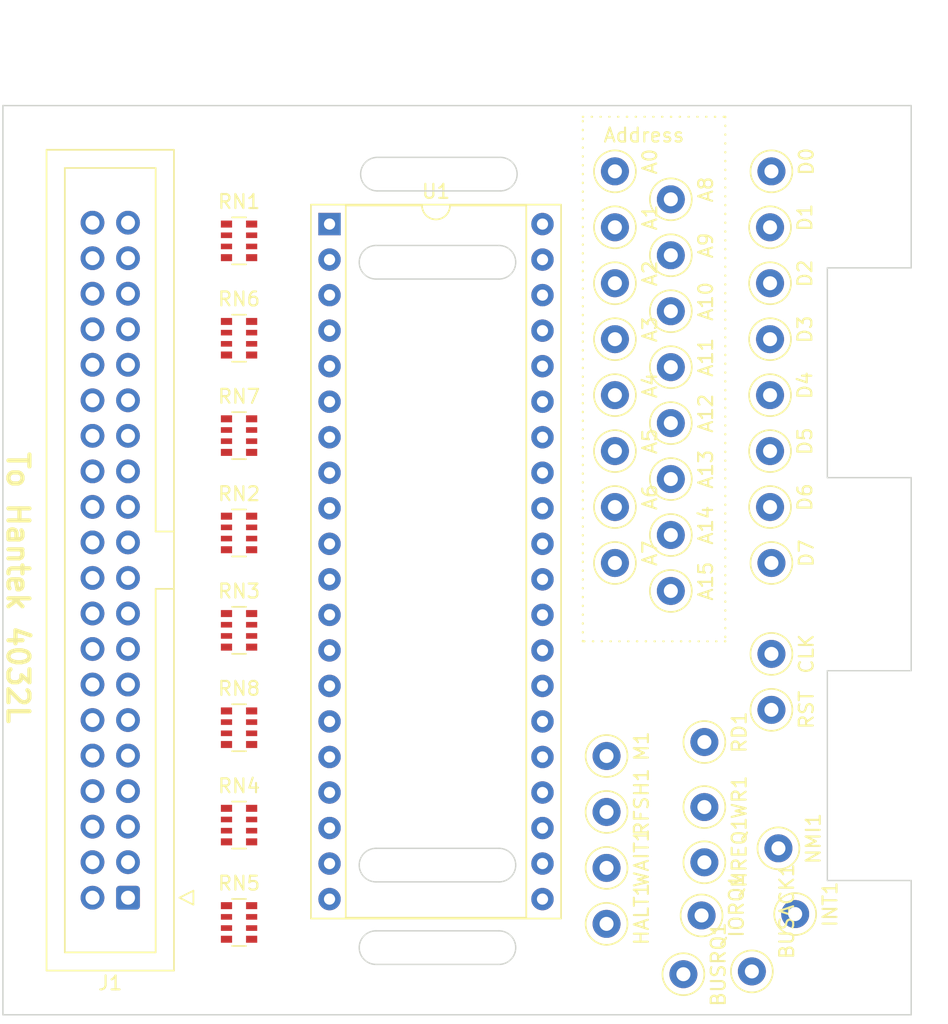
<source format=kicad_pcb>
(kicad_pcb (version 20221018) (generator pcbnew)
  (layers (0 "F.Cu" signal) (31 "B.Cu" signal) (34 "B.Paste" user) (35 "F.Paste" user) (36 "B.SilkS" user "B.Silkscreen") (37 "F.SilkS" user "F.Silkscreen") (38 "B.Mask" user) (39 "F.Mask" user) (44 "Edge.Cuts" user))
  (net 0 "")
  (net 1 "Net-(J1-Pin_7)")
  (net 2 "Net-(J1-Pin_8)")
  (net 5 "Net-(J1-Pin_9)")
  (net 6 "Net-(J1-Pin_10)")
  (net 7 "Net-(J1-Pin_11)")
  (net 8 "Net-(J1-Pin_12)")
  (net 9 "Net-(J1-Pin_13)")
  (net 10 "Net-(J1-Pin_14)")
  (net 11 "Net-(J1-Pin_15)")
  (net 12 "Net-(J1-Pin_16)")
  (net 13 "Net-(J1-Pin_17)")
  (net 14 "Net-(J1-Pin_18)")
  (net 15 "Net-(J1-Pin_19)")
  (net 16 "Net-(J1-Pin_20)")
  (net 17 "Net-(J1-Pin_21)")
  (net 18 "Net-(J1-Pin_22)")
  (net 19 "Net-(J1-Pin_23)")
  (net 20 "Net-(J1-Pin_25)")
  (net 21 "Net-(J1-Pin_27)")
  (net 22 "Net-(J1-Pin_29)")
  (net 23 "Net-(J1-Pin_31)")
  (net 25 "Net-(J1-Pin_33)")
  (net 27 "Net-(J1-Pin_35)")
  (net 29 "Net-(J1-Pin_37)")
  (net 37 "/A4")
  (net 38 "/A5")
  (net 39 "/A6")
  (net 40 "/A7")
  (net 41 "/A0")
  (net 42 "/A1")
  (net 43 "/A2")
  (net 44 "/A3")
  (net 45 "/A8")
  (net 46 "/A9")
  (net 47 "/A10")
  (net 48 "/A11")
  (net 49 "/A12")
  (net 50 "/A13")
  (net 51 "/A14")
  (net 52 "/A15")
  (net 53 "/D0")
  (net 54 "/D1")
  (net 55 "/D2")
  (net 56 "/D3")
  (net 57 "/D4")
  (net 58 "/D5")
  (net 59 "/D6")
  (net 60 "/D7")
  (net 61 "/WR")
  (net 63 "/RD")
  (net 65 "/IORQ")
  (net 67 "/MREQ")
  (net 69 "/CLK")
  (net 71 "/M1")
  (net 73 "/INT")
  (net 75 "/NMI")
  (net 77 "+5V")
  (net 78 "/HALT")
  (net 79 "/BUSACK")
  (net 80 "/WAIT")
  (net 81 "/BUSRQ")
  (net 82 "/RESET")
  (net 83 "/RFSH")
  (net 84 "GND")
  (footprint "Resistor_SMD:R_Array_Convex_4x0603" (layer "F.Cu") (at 138.1 102.87714)
    (fp_text reference "RN8" (at 0 -2.8) (layer "F.SilkS"))
    (fp_text value "R_Pack04_SIP_Split")
    (fp_line (start 0.5 -1.68) (end -0.5 -1.68) (stroke (width 0.12)) (layer "F.SilkS"))
    (fp_line (start 0.5 1.68) (end -0.5 1.68) (stroke (width 0.12)) (layer "F.SilkS"))
    (pad "1" smd rect (at -0.9 -1.2) (size 0.8 0.5) (layers "F.Cu" "F.Paste" "F.Mask") (net 69 "/CLK"))
    (pad "2" smd rect (at -0.9 -0.4) (size 0.8 0.4) (layers "F.Cu" "F.Paste" "F.Mask"))
    (pad "3" smd rect (at -0.9 0.4) (size 0.8 0.4) (layers "F.Cu" "F.Paste" "F.Mask") (net 71 "/M1"))
    (pad "4" smd rect (at -0.9 1.2) (size 0.8 0.5) (layers "F.Cu" "F.Paste" "F.Mask"))
    (pad "5" smd rect (at 0.9 1.2) (size 0.8 0.5) (layers "F.Cu" "F.Paste" "F.Mask") (net 73 "/INT"))
    (pad "6" smd rect (at 0.9 0.4) (size 0.8 0.4) (layers "F.Cu" "F.Paste" "F.Mask"))
    (pad "7" smd rect (at 0.9 -0.4) (size 0.8 0.4) (layers "F.Cu" "F.Paste" "F.Mask") (net 75 "/NMI"))
    (pad "8" smd rect (at 0.9 -1.2) (size 0.8 0.5) (layers "F.Cu" "F.Paste" "F.Mask"))
  )
  (footprint "TestPoint:TestPoint_Loop_D1.80mm_Drill1.0mm_Beaded" (layer "F.Cu") (at 165 83.1 90)
    (fp_text reference "A5" (at 0.7 2.5 90) (layer "F.SilkS"))
    (fp_text value "TestPoint")
    (fp_circle (center 0 0) (end 1.5 0) (stroke (width 0.12)) (fill none) (layer "F.SilkS"))
    (pad "1" thru_hole circle (at 0 0 90) (size 2 2) (drill 1) (layers "*.Cu" "*.Mask") (net 38 "/A5"))
  )
  (footprint "TestPoint:TestPoint_Loop_D1.80mm_Drill1.0mm_Beaded" (layer "F.Cu") (at 176.2 97.6 90)
    (fp_text reference "CLK" (at 0 2.5 90) (layer "F.SilkS"))
    (fp_text value "TestPoint")
    (fp_circle (center 0 0) (end 1.5 0) (stroke (width 0.12)) (fill none) (layer "F.SilkS"))
    (pad "1" thru_hole circle (at 0 0 90) (size 2 2) (drill 1) (layers "*.Cu" "*.Mask") (net 69 "/CLK"))
  )
  (footprint "Resistor_SMD:R_Array_Convex_4x0603" (layer "F.Cu") (at 138.1 88.954284)
    (fp_text reference "RN2" (at 0 -2.8) (layer "F.SilkS"))
    (fp_text value "R_Pack04_SIP_Split")
    (fp_line (start 0.5 -1.68) (end -0.5 -1.68) (stroke (width 0.12)) (layer "F.SilkS"))
    (fp_line (start 0.5 1.68) (end -0.5 1.68) (stroke (width 0.12)) (layer "F.SilkS"))
    (pad "1" smd rect (at -0.9 -1.2) (size 0.8 0.5) (layers "F.Cu" "F.Paste" "F.Mask") (net 41 "/A0"))
    (pad "2" smd rect (at -0.9 -0.4) (size 0.8 0.4) (layers "F.Cu" "F.Paste" "F.Mask") (net 1 "Net-(J1-Pin_7)"))
    (pad "3" smd rect (at -0.9 0.4) (size 0.8 0.4) (layers "F.Cu" "F.Paste" "F.Mask") (net 42 "/A1"))
    (pad "4" smd rect (at -0.9 1.2) (size 0.8 0.5) (layers "F.Cu" "F.Paste" "F.Mask") (net 5 "Net-(J1-Pin_9)"))
    (pad "5" smd rect (at 0.9 1.2) (size 0.8 0.5) (layers "F.Cu" "F.Paste" "F.Mask") (net 43 "/A2"))
    (pad "6" smd rect (at 0.9 0.4) (size 0.8 0.4) (layers "F.Cu" "F.Paste" "F.Mask") (net 7 "Net-(J1-Pin_11)"))
    (pad "7" smd rect (at 0.9 -0.4) (size 0.8 0.4) (layers "F.Cu" "F.Paste" "F.Mask") (net 44 "/A3"))
    (pad "8" smd rect (at 0.9 -1.2) (size 0.8 0.5) (layers "F.Cu" "F.Paste" "F.Mask") (net 9 "Net-(J1-Pin_13)"))
  )
  (footprint "TestPoint:TestPoint_Loop_D1.80mm_Drill1.0mm_Beaded" (layer "F.Cu") (at 171.4 103.9 90)
    (fp_text reference "RD1" (at 0.7 2.5 90) (layer "F.SilkS"))
    (fp_text value "TestPoint")
    (fp_circle (center 0 0) (end 1.5 0) (stroke (width 0.12)) (fill none) (layer "F.SilkS"))
    (pad "1" thru_hole circle (at 0 0 90) (size 2 2) (drill 1) (layers "*.Cu" "*.Mask") (net 63 "/RD"))
  )
  (footprint "Resistor_SMD:R_Array_Convex_4x0603" (layer "F.Cu") (at 138.1 75.031428)
    (fp_text reference "RN6" (at 0 -2.8) (layer "F.SilkS"))
    (fp_text value "R_Pack04_SIP_Split")
    (fp_line (start 0.5 -1.68) (end -0.5 -1.68) (stroke (width 0.12)) (layer "F.SilkS"))
    (fp_line (start 0.5 1.68) (end -0.5 1.68) (stroke (width 0.12)) (layer "F.SilkS"))
    (pad "1" smd rect (at -0.9 -1.2) (size 0.8 0.5) (layers "F.Cu" "F.Paste" "F.Mask") (net 57 "/D4"))
    (pad "2" smd rect (at -0.9 -0.4) (size 0.8 0.4) (layers "F.Cu" "F.Paste" "F.Mask") (net 12 "Net-(J1-Pin_16)"))
    (pad "3" smd rect (at -0.9 0.4) (size 0.8 0.4) (layers "F.Cu" "F.Paste" "F.Mask") (net 58 "/D5"))
    (pad "4" smd rect (at -0.9 1.2) (size 0.8 0.5) (layers "F.Cu" "F.Paste" "F.Mask") (net 14 "Net-(J1-Pin_18)"))
    (pad "5" smd rect (at 0.9 1.2) (size 0.8 0.5) (layers "F.Cu" "F.Paste" "F.Mask") (net 59 "/D6"))
    (pad "6" smd rect (at 0.9 0.4) (size 0.8 0.4) (layers "F.Cu" "F.Paste" "F.Mask") (net 16 "Net-(J1-Pin_20)"))
    (pad "7" smd rect (at 0.9 -0.4) (size 0.8 0.4) (layers "F.Cu" "F.Paste" "F.Mask") (net 60 "/D7"))
    (pad "8" smd rect (at 0.9 -1.2) (size 0.8 0.5) (layers "F.Cu" "F.Paste" "F.Mask") (net 18 "Net-(J1-Pin_22)"))
  )
  (footprint "TestPoint:TestPoint_Loop_D1.80mm_Drill1.0mm_Beaded" (layer "F.Cu") (at 165 91.1 90)
    (fp_text reference "A7" (at 0.7 2.5 90) (layer "F.SilkS"))
    (fp_text value "TestPoint")
    (fp_circle (center 0 0) (end 1.5 0) (stroke (width 0.12)) (fill none) (layer "F.SilkS"))
    (pad "1" thru_hole circle (at 0 0 90) (size 2 2) (drill 1) (layers "*.Cu" "*.Mask") (net 40 "/A7"))
  )
  (footprint "TestPoint:TestPoint_Loop_D1.80mm_Drill1.0mm_Beaded" (layer "F.Cu") (at 169 81.1 90)
    (fp_text reference "A12" (at 0.7 2.5 90) (layer "F.SilkS"))
    (fp_text value "TestPoint")
    (fp_circle (center 0 0) (end 1.5 0) (stroke (width 0.12)) (fill none) (layer "F.SilkS"))
    (pad "1" thru_hole circle (at 0 0 90) (size 2 2) (drill 1) (layers "*.Cu" "*.Mask") (net 49 "/A12"))
  )
  (footprint "TestPoint:TestPoint_Loop_D1.80mm_Drill1.0mm_Beaded" (layer "F.Cu") (at 176.2 91.1 90)
    (fp_text reference "D7" (at 0.7 2.5 90) (layer "F.SilkS"))
    (fp_text value "TestPoint")
    (fp_circle (center 0 0) (end 1.5 0) (stroke (width 0.12)) (fill none) (layer "F.SilkS"))
    (pad "1" thru_hole circle (at 0 0 90) (size 2 2) (drill 1) (layers "*.Cu" "*.Mask") (net 60 "/D7"))
  )
  (footprint "TestPoint:TestPoint_Loop_D1.80mm_Drill1.0mm_Beaded" (layer "F.Cu") (at 176.2 101.6 90)
    (fp_text reference "RST" (at 0 2.5 90) (layer "F.SilkS"))
    (fp_text value "TestPoint")
    (fp_circle (center 0 0) (end 1.5 0) (stroke (width 0.12)) (fill none) (layer "F.SilkS"))
    (pad "1" thru_hole circle (at 0 0 90) (size 2 2) (drill 1) (layers "*.Cu" "*.Mask") (net 82 "/RESET"))
  )
  (footprint "TestPoint:TestPoint_Loop_D1.80mm_Drill1.0mm_Beaded" (layer "F.Cu") (at 171.4 112.5 90)
    (fp_text reference "MREQ1" (at 0.7 2.5 90) (layer "F.SilkS"))
    (fp_text value "TestPoint")
    (fp_circle (center 0 0) (end 1.5 0) (stroke (width 0.12)) (fill none) (layer "F.SilkS"))
    (pad "1" thru_hole circle (at 0 0 90) (size 2 2) (drill 1) (layers "*.Cu" "*.Mask") (net 67 "/MREQ"))
  )
  (footprint "TestPoint:TestPoint_Loop_D1.80mm_Drill1.0mm_Beaded" (layer "F.Cu") (at 164.4 116.9 90)
    (fp_text reference "HALT1" (at 0.7 2.5 90) (layer "F.SilkS"))
    (fp_text value "TestPoint")
    (fp_circle (center 0 0) (end 1.5 0) (stroke (width 0.12)) (fill none) (layer "F.SilkS"))
    (pad "1" thru_hole circle (at 0 0 90) (size 2 2) (drill 1) (layers "*.Cu" "*.Mask") (net 78 "/HALT"))
  )
  (footprint "TestPoint:TestPoint_Loop_D1.80mm_Drill1.0mm_Beaded" (layer "F.Cu") (at 171.4 108.55 90)
    (fp_text reference "WR1" (at 0.7 2.5 90) (layer "F.SilkS"))
    (fp_text value "TestPoint")
    (fp_circle (center 0 0) (end 1.5 0) (stroke (width 0.12)) (fill none) (layer "F.SilkS"))
    (pad "1" thru_hole circle (at 0 0 90) (size 2 2) (drill 1) (layers "*.Cu" "*.Mask") (net 61 "/WR"))
  )
  (footprint "TestPoint:TestPoint_Loop_D1.80mm_Drill1.0mm_Beaded" (layer "F.Cu") (at 176.1 79.1 90)
    (fp_text reference "D4" (at 0.7 2.5 90) (layer "F.SilkS"))
    (fp_text value "TestPoint")
    (fp_circle (center 0 0) (end 1.5 0) (stroke (width 0.12)) (fill none) (layer "F.SilkS"))
    (pad "1" thru_hole circle (at 0 0 90) (size 2 2) (drill 1) (layers "*.Cu" "*.Mask") (net 57 "/D4"))
  )
  (footprint "TestPoint:TestPoint_Loop_D1.80mm_Drill1.0mm_Beaded" (layer "F.Cu") (at 176.1 67.1 90)
    (fp_text reference "D1" (at 0.7 2.5 90) (layer "F.SilkS"))
    (fp_text value "TestPoint")
    (fp_circle (center 0 0) (end 1.5 0) (stroke (width 0.12)) (fill none) (layer "F.SilkS"))
    (pad "1" thru_hole circle (at 0 0 90) (size 2 2) (drill 1) (layers "*.Cu" "*.Mask") (net 54 "/D1"))
  )
  (footprint "TestPoint:TestPoint_Loop_D1.80mm_Drill1.0mm_Beaded" (layer "F.Cu") (at 164.4 112.9 90)
    (fp_text reference "WAIT1" (at 0.7 2.5 90) (layer "F.SilkS"))
    (fp_text value "TestPoint")
    (fp_circle (center 0 0) (end 1.5 0) (stroke (width 0.12)) (fill none) (layer "F.SilkS"))
    (pad "1" thru_hole circle (at 0 0 90) (size 2 2) (drill 1) (layers "*.Cu" "*.Mask") (net 80 "/WAIT"))
  )
  (footprint "Resistor_SMD:R_Array_Convex_4x0603" (layer "F.Cu") (at 138.1 68.07)
    (fp_text reference "RN1" (at 0 -2.8) (layer "F.SilkS"))
    (fp_text value "R_Pack04_SIP_Split")
    (fp_line (start 0.5 -1.68) (end -0.5 -1.68) (stroke (width 0.12)) (layer "F.SilkS"))
    (fp_line (start 0.5 1.68) (end -0.5 1.68) (stroke (width 0.12)) (layer "F.SilkS"))
    (pad "1" smd rect (at -0.9 -1.2) (size 0.8 0.5) (layers "F.Cu" "F.Paste" "F.Mask") (net 37 "/A4"))
    (pad "2" smd rect (at -0.9 -0.4) (size 0.8 0.4) (layers "F.Cu" "F.Paste" "F.Mask") (net 11 "Net-(J1-Pin_15)"))
    (pad "3" smd rect (at -0.9 0.4) (size 0.8 0.4) (layers "F.Cu" "F.Paste" "F.Mask") (net 38 "/A5"))
    (pad "4" smd rect (at -0.9 1.2) (size 0.8 0.5) (layers "F.Cu" "F.Paste" "F.Mask") (net 13 "Net-(J1-Pin_17)"))
    (pad "5" smd rect (at 0.9 1.2) (size 0.8 0.5) (layers "F.Cu" "F.Paste" "F.Mask") (net 39 "/A6"))
    (pad "6" smd rect (at 0.9 0.4) (size 0.8 0.4) (layers "F.Cu" "F.Paste" "F.Mask") (net 15 "Net-(J1-Pin_19)"))
    (pad "7" smd rect (at 0.9 -0.4) (size 0.8 0.4) (layers "F.Cu" "F.Paste" "F.Mask") (net 40 "/A7"))
    (pad "8" smd rect (at 0.9 -1.2) (size 0.8 0.5) (layers "F.Cu" "F.Paste" "F.Mask") (net 17 "Net-(J1-Pin_21)"))
  )
  (footprint "TestPoint:TestPoint_Loop_D1.80mm_Drill1.0mm_Beaded" (layer "F.Cu") (at 171.2 116.3 90)
    (fp_text reference "IORQ1" (at 0.7 2.5 90) (layer "F.SilkS"))
    (fp_text value "TestPoint")
    (fp_circle (center 0 0) (end 1.5 0) (stroke (width 0.12)) (fill none) (layer "F.SilkS"))
    (pad "1" thru_hole circle (at 0 0 90) (size 2 2) (drill 1) (layers "*.Cu" "*.Mask") (net 65 "/IORQ"))
  )
  (footprint "TestPoint:TestPoint_Loop_D1.80mm_Drill1.0mm_Beaded" (layer "F.Cu") (at 165 75.1 90)
    (fp_text reference "A3" (at 0.7 2.5 90) (layer "F.SilkS"))
    (fp_text value "TestPoint")
    (fp_circle (center 0 0) (end 1.5 0) (stroke (width 0.12)) (fill none) (layer "F.SilkS"))
    (pad "1" thru_hole circle (at 0 0 90) (size 2 2) (drill 1) (layers "*.Cu" "*.Mask") (net 44 "/A3"))
  )
  (footprint "Connector_IDC:IDC-Header_2x20_P2.54mm_Vertical" (layer "F.Cu") (at 130.1525 115.03 180)
    (fp_text reference "J1" (at 1.27 -6.1) (layer "F.SilkS"))
    (fp_text value "Conn_01x40_Pin")
    (fp_line (start -4.68 -0.5) (end -4.68 0.5) (stroke (width 0.12)) (layer "F.SilkS"))
    (fp_line (start -4.68 0.5) (end -3.68 0) (stroke (width 0.12)) (layer "F.SilkS"))
    (fp_line (start -3.68 0) (end -4.68 -0.5) (stroke (width 0.12)) (layer "F.SilkS"))
    (fp_line (start -3.29 -5.21) (end 5.83 -5.21) (stroke (width 0.12)) (layer "F.SilkS"))
    (fp_line (start -3.29 22.08) (end -1.98 22.08) (stroke (width 0.12)) (layer "F.SilkS"))
    (fp_line (start -3.29 53.47) (end -3.29 -5.21) (stroke (width 0.12)) (layer "F.SilkS"))
    (fp_line (start -1.98 -3.91) (end 4.52 -3.91) (stroke (width 0.12)) (layer "F.SilkS"))
    (fp_line (start -1.98 22.08) (end -1.98 -3.91) (stroke (width 0.12)) (layer "F.SilkS"))
    (fp_line (start -1.98 26.18) (end -3.29 26.18) (stroke (width 0.12)) (layer "F.SilkS"))
    (fp_line (start -1.98 26.18) (end -1.98 26.18) (stroke (width 0.12)) (layer "F.SilkS"))
    (fp_line (start -1.98 52.17) (end -1.98 26.18) (stroke (width 0.12)) (layer "F.SilkS"))
    (fp_line (start 4.52 -3.91) (end 4.52 52.17) (stroke (width 0.12)) (layer "F.SilkS"))
    (fp_line (start 4.52 52.17) (end -1.98 52.17) (stroke (width 0.12)) (layer "F.SilkS"))
    (fp_line (start 5.83 -5.21) (end 5.83 53.47) (stroke (width 0.12)) (layer "F.SilkS"))
    (fp_line (start 5.83 53.47) (end -3.29 53.47) (stroke (width 0.12)) (layer "F.SilkS"))
    (pad "1" thru_hole roundrect (at 0 0 180) (size 1.7 1.7) (drill 1) (layers "*.Cu" "*.Mask") (roundrect_rratio 0.147059) (net 84 "GND"))
    (pad "2" thru_hole circle (at 2.54 0 180) (size 1.7 1.7) (drill 1) (layers "*.Cu" "*.Mask") (net 84 "GND"))
    (pad "3" thru_hole circle (at 0 2.54 180) (size 1.7 1.7) (drill 1) (layers "*.Cu" "*.Mask"))
    (pad "4" thru_hole circle (at 2.54 2.54 180) (size 1.7 1.7) (drill 1) (layers "*.Cu" "*.Mask"))
    (pad "5" thru_hole circle (at 0 5.08 180) (size 1.7 1.7) (drill 1) (layers "*.Cu" "*.Mask") (net 84 "GND"))
    (pad "6" thru_hole circle (at 2.54 5.08 180) (size 1.7 1.7) (drill 1) (layers "*.Cu" "*.Mask") (net 84 "GND"))
    (pad "7" thru_hole circle (at 0 7.62 180) (size 1.7 1.7) (drill 1) (layers "*.Cu" "*.Mask") (net 1 "Net-(J1-Pin_7)"))
    (pad "8" thru_hole circle (at 2.54 7.62 180) (size 1.7 1.7) (drill 1) (layers "*.Cu" "*.Mask") (net 2 "Net-(J1-Pin_8)"))
    (pad "9" thru_hole circle (at 0 10.16 180) (size 1.7 1.7) (drill 1) (layers "*.Cu" "*.Mask") (net 5 "Net-(J1-Pin_9)"))
    (pad "10" thru_hole circle (at 2.54 10.16 180) (size 1.7 1.7) (drill 1) (layers "*.Cu" "*.Mask") (net 6 "Net-(J1-Pin_10)"))
    (pad "11" thru_hole circle (at 0 12.7 180) (size 1.7 1.7) (drill 1) (layers "*.Cu" "*.Mask") (net 7 "Net-(J1-Pin_11)"))
    (pad "12" thru_hole circle (at 2.54 12.7 180) (size 1.7 1.7) (drill 1) (layers "*.Cu" "*.Mask") (net 8 "Net-(J1-Pin_12)"))
    (pad "13" thru_hole circle (at 0 15.24 180) (size 1.7 1.7) (drill 1) (layers "*.Cu" "*.Mask") (net 9 "Net-(J1-Pin_13)"))
    (pad "14" thru_hole circle (at 2.54 15.24 180) (size 1.7 1.7) (drill 1) (layers "*.Cu" "*.Mask") (net 10 "Net-(J1-Pin_14)"))
    (pad "15" thru_hole circle (at 0 17.78 180) (size 1.7 1.7) (drill 1) (layers "*.Cu" "*.Mask") (net 11 "Net-(J1-Pin_15)"))
    (pad "16" thru_hole circle (at 2.54 17.78 180) (size 1.7 1.7) (drill 1) (layers "*.Cu" "*.Mask") (net 12 "Net-(J1-Pin_16)"))
    (pad "17" thru_hole circle (at 0 20.32 180) (size 1.7 1.7) (drill 1) (layers "*.Cu" "*.Mask") (net 13 "Net-(J1-Pin_17)"))
    (pad "18" thru_hole circle (at 2.54 20.32 180) (size 1.7 1.7) (drill 1) (layers "*.Cu" "*.Mask") (net 14 "Net-(J1-Pin_18)"))
    (pad "19" thru_hole circle (at 0 22.86 180) (size 1.7 1.7) (drill 1) (layers "*.Cu" "*.Mask") (net 15 "Net-(J1-Pin_19)"))
    (pad "20" thru_hole circle (at 2.54 22.86 180) (size 1.7 1.7) (drill 1) (layers "*.Cu" "*.Mask") (net 16 "Net-(J1-Pin_20)"))
    (pad "21" thru_hole circle (at 0 25.4 180) (size 1.7 1.7) (drill 1) (layers "*.Cu" "*.Mask") (net 17 "Net-(J1-Pin_21)"))
    (pad "22" thru_hole circle (at 2.54 25.4 180) (size 1.7 1.7) (drill 1) (layers "*.Cu" "*.Mask") (net 18 "Net-(J1-Pin_22)"))
    (pad "23" thru_hole circle (at 0 27.94 180) (size 1.7 1.7) (drill 1) (layers "*.Cu" "*.Mask") (net 19 "Net-(J1-Pin_23)"))
    (pad "24" thru_hole circle (at 2.54 27.94 180) (size 1.7 1.7) (drill 1) (layers "*.Cu" "*.Mask"))
    (pad "25" thru_hole circle (at 0 30.48 180) (size 1.7 1.7) (drill 1) (layers "*.Cu" "*.Mask") (net 20 "Net-(J1-Pin_25)"))
    (pad "26" thru_hole circle (at 2.54 30.48 180) (size 1.7 1.7) (drill 1) (layers "*.Cu" "*.Mask"))
    (pad "27" thru_hole circle (at 0 33.02 180) (size 1.7 1.7) (drill 1) (layers "*.Cu" "*.Mask") (net 21 "Net-(J1-Pin_27)"))
    (pad "28" thru_hole circle (at 2.54 33.02 180) (size 1.7 1.7) (drill 1) (layers "*.Cu" "*.Mask"))
    (pad "29" thru_hole circle (at 0 35.56 180) (size 1.7 1.7) (drill 1) (layers "*.Cu" "*.Mask") (net 22 "Net-(J1-Pin_29)"))
    (pad "30" thru_hole circle (at 2.54 35.56 180) (size 1.7 1.7) (drill 1) (layers "*.Cu" "*.Mask"))
    (pad "31" thru_hole circle (at 0 38.1 180) (size 1.7 1.7) (drill 1) (layers "*.Cu" "*.Mask") (net 23 "Net-(J1-Pin_31)"))
    (pad "32" thru_hole circle (at 2.54 38.1 180) (size 1.7 1.7) (drill 1) (layers "*.Cu" "*.Mask"))
    (pad "33" thru_hole circle (at 0 40.64 180) (size 1.7 1.7) (drill 1) (layers "*.Cu" "*.Mask") (net 25 "Net-(J1-Pin_33)"))
    (pad "34" thru_hole circle (at 2.54 40.64 180) (size 1.7 1.7) (drill 1) (layers "*.Cu" "*.Mask"))
    (pad "35" thru_hole circle (at 0 43.18 180) (size 1.7 1.7) (drill 1) (layers "*.Cu" "*.Mask") (net 27 "Net-(J1-Pin_35)"))
    (pad "36" thru_hole circle (at 2.54 43.18 180) (size 1.7 1.7) (drill 1) (layers "*.Cu" "*.Mask"))
    (pad "37" thru_hole circle (at 0 45.72 180) (size 1.7 1.7) (drill 1) (layers "*.Cu" "*.Mask") (net 29 "Net-(J1-Pin_37)"))
    (pad "38" thru_hole circle (at 2.54 45.72 180) (size 1.7 1.7) (drill 1) (layers "*.Cu" "*.Mask"))
    (pad "39" thru_hole circle (at 0 48.26 180) (size 1.7 1.7) (drill 1) (layers "*.Cu" "*.Mask"))
    (pad "40" thru_hole circle (at 2.54 48.26 180) (size 1.7 1.7) (drill 1) (layers "*.Cu" "*.Mask"))
  )
  (footprint "Resistor_SMD:R_Array_Convex_4x0603" (layer "F.Cu") (at 138.1 116.8)
    (fp_text reference "RN5" (at 0 -2.8) (layer "F.SilkS"))
    (fp_text value "R_Pack04_SIP_Split" hide)
    (fp_line (start 0.5 -1.68) (end -0.5 -1.68) (stroke (width 0.12)) (layer "F.SilkS"))
    (fp_line (start 0.5 1.68) (end -0.5 1.68) (stroke (width 0.12)) (layer "F.SilkS"))
    (pad "1" smd rect (at -0.9 -1.2) (size 0.8 0.5) (layers "F.Cu" "F.Paste" "F.Mask") (net 53 "/D0"))
    (pad "2" smd rect (at -0.9 -0.4) (size 0.8 0.4) (layers "F.Cu" "F.Paste" "F.Mask") (net 2 "Net-(J1-Pin_8)"))
    (pad "3" smd rect (at -0.9 0.4) (size 0.8 0.4) (layers "F.Cu" "F.Paste" "F.Mask") (net 54 "/D1"))
    (pad "4" smd rect (at -0.9 1.2) (size 0.8 0.5) (layers "F.Cu" "F.Paste" "F.Mask") (net 6 "Net-(J1-Pin_10)"))
    (pad "5" smd rect (at 0.9 1.2) (size 0.8 0.5) (layers "F.Cu" "F.Paste" "F.Mask") (net 55 "/D2"))
    (pad "6" smd rect (at 0.9 0.4) (size 0.8 0.4) (layers "F.Cu" "F.Paste" "F.Mask") (net 8 "Net-(J1-Pin_12)"))
    (pad "7" smd rect (at 0.9 -0.4) (size 0.8 0.4) (layers "F.Cu" "F.Paste" "F.Mask") (net 56 "/D3"))
    (pad "8" smd rect (at 0.9 -1.2) (size 0.8 0.5) (layers "F.Cu" "F.Paste" "F.Mask") (net 10 "Net-(J1-Pin_14)"))
  )
  (footprint "TestPoint:TestPoint_Loop_D1.80mm_Drill1.0mm_Beaded" (layer "F.Cu") (at 176.1 71.1 90)
    (fp_text reference "D2" (at 0.7 2.5 90) (layer "F.SilkS"))
    (fp_text value "TestPoint")
    (fp_circle (center 0 0) (end 1.5 0) (stroke (width 0.12)) (fill none) (layer "F.SilkS"))
    (pad "1" thru_hole circle (at 0 0 90) (size 2 2) (drill 1) (layers "*.Cu" "*.Mask") (net 55 "/D2"))
  )
  (footprint "TestPoint:TestPoint_Loop_D1.80mm_Drill1.0mm_Beaded" (layer "F.Cu") (at 169 73.1 90)
    (fp_text reference "A10" (at 0.7 2.5 90) (layer "F.SilkS"))
    (fp_text value "TestPoint")
    (fp_circle (center 0 0) (end 1.5 0) (stroke (width 0.12)) (fill none) (layer "F.SilkS"))
    (pad "1" thru_hole circle (at 0 0 90) (size 2 2) (drill 1) (layers "*.Cu" "*.Mask") (net 47 "/A10"))
  )
  (footprint "TestPoint:TestPoint_Loop_D1.80mm_Drill1.0mm_Beaded" (layer "F.Cu") (at 176.1 83.1 90)
    (fp_text reference "D5" (at 0.7 2.5 90) (layer "F.SilkS"))
    (fp_text value "TestPoint")
    (fp_circle (center 0 0) (end 1.5 0) (stroke (width 0.12)) (fill none) (layer "F.SilkS"))
    (pad "1" thru_hole circle (at 0 0 90) (size 2 2) (drill 1) (layers "*.Cu" "*.Mask") (net 58 "/D5"))
  )
  (footprint "TestPoint:TestPoint_Loop_D1.80mm_Drill1.0mm_Beaded" (layer "F.Cu") (at 165 71.1 90)
    (fp_text reference "A2" (at 0.7 2.5 90) (layer "F.SilkS"))
    (fp_text value "TestPoint")
    (fp_circle (center 0 0) (end 1.5 0) (stroke (width 0.12)) (fill none) (layer "F.SilkS"))
    (pad "1" thru_hole circle (at 0 0 90) (size 2 2) (drill 1) (layers "*.Cu" "*.Mask") (net 43 "/A2"))
  )
  (footprint "TestPoint:TestPoint_Loop_D1.80mm_Drill1.0mm_Beaded" (layer "F.Cu") (at 165 67.1 90)
    (fp_text reference "A1" (at 0.7 2.5 90) (layer "F.SilkS"))
    (fp_text value "TestPoint")
    (fp_circle (center 0 0) (end 1.5 0) (stroke (width 0.12)) (fill none) (layer "F.SilkS"))
    (pad "1" thru_hole circle (at 0 0 90) (size 2 2) (drill 1) (layers "*.Cu" "*.Mask") (net 42 "/A1"))
  )
  (footprint "TestPoint:TestPoint_Loop_D1.80mm_Drill1.0mm_Beaded" (layer "F.Cu") (at 169 89.1 90)
    (fp_text reference "A14" (at 0.7 2.5 90) (layer "F.SilkS"))
    (fp_text value "TestPoint")
    (fp_circle (center 0 0) (end 1.5 0) (stroke (width 0.12)) (fill none) (layer "F.SilkS"))
    (pad "1" thru_hole circle (at 0 0 90) (size 2 2) (drill 1) (layers "*.Cu" "*.Mask") (net 51 "/A14"))
  )
  (footprint "TestPoint:TestPoint_Loop_D1.80mm_Drill1.0mm_Beaded" (layer "F.Cu") (at 176.1 87.1 90)
    (fp_text reference "D6" (at 0.7 2.5 90) (layer "F.SilkS"))
    (fp_text value "TestPoint")
    (fp_circle (center 0 0) (end 1.5 0) (stroke (width 0.12)) (fill none) (layer "F.SilkS"))
    (pad "1" thru_hole circle (at 0 0 90) (size 2 2) (drill 1) (layers "*.Cu" "*.Mask") (net 59 "/D6"))
  )
  (footprint "TestPoint:TestPoint_Loop_D1.80mm_Drill1.0mm_Beaded" (layer "F.Cu") (at 169 69.1 90)
    (fp_text reference "A9" (at 0.7 2.5 90) (layer "F.SilkS"))
    (fp_text value "TestPoint")
    (fp_circle (center 0 0) (end 1.5 0) (stroke (width 0.12)) (fill none) (layer "F.SilkS"))
    (pad "1" thru_hole circle (at 0 0 90) (size 2 2) (drill 1) (layers "*.Cu" "*.Mask") (net 46 "/A9"))
  )
  (footprint "Resistor_SMD:R_Array_Convex_4x0603" (layer "F.Cu") (at 138.1 95.915712)
    (fp_text reference "RN3" (at 0 -2.8) (layer "F.SilkS"))
    (fp_text value "R_Pack04_SIP_Split")
    (fp_line (start 0.5 -1.68) (end -0.5 -1.68) (stroke (width 0.12)) (layer "F.SilkS"))
    (fp_line (start 0.5 1.68) (end -0.5 1.68) (stroke (width 0.12)) (layer "F.SilkS"))
    (pad "1" smd rect (at -0.9 -1.2) (size 0.8 0.5) (layers "F.Cu" "F.Paste" "F.Mask") (net 45 "/A8"))
    (pad "2" smd rect (at -0.9 -0.4) (size 0.8 0.4) (layers "F.Cu" "F.Paste" "F.Mask") (net 19 "Net-(J1-Pin_23)"))
    (pad "3" smd rect (at -0.9 0.4) (size 0.8 0.4) (layers "F.Cu" "F.Paste" "F.Mask") (net 46 "/A9"))
    (pad "4" smd rect (at -0.9 1.2) (size 0.8 0.5) (layers "F.Cu" "F.Paste" "F.Mask") (net 20 "Net-(J1-Pin_25)"))
    (pad "5" smd rect (at 0.9 1.2) (size 0.8 0.5) (layers "F.Cu" "F.Paste" "F.Mask") (net 47 "/A10"))
    (pad "6" smd rect (at 0.9 0.4) (size 0.8 0.4) (layers "F.Cu" "F.Paste" "F.Mask") (net 21 "Net-(J1-Pin_27)"))
    (pad "7" smd rect (at 0.9 -0.4) (size 0.8 0.4) (layers "F.Cu" "F.Paste" "F.Mask") (net 48 "/A11"))
    (pad "8" smd rect (at 0.9 -1.2) (size 0.8 0.5) (layers "F.Cu" "F.Paste" "F.Mask") (net 22 "Net-(J1-Pin_29)"))
  )
  (footprint "TestPoint:TestPoint_Loop_D1.80mm_Drill1.0mm_Beaded" (layer "F.Cu") (at 169 77.1 90)
    (fp_text reference "A11" (at 0.7 2.5 90) (layer "F.SilkS"))
    (fp_text value "TestPoint")
    (fp_circle (center 0 0) (end 1.5 0) (stroke (width 0.12)) (fill none) (layer "F.SilkS"))
    (pad "1" thru_hole circle (at 0 0 90) (size 2 2) (drill 1) (layers "*.Cu" "*.Mask") (net 48 "/A11"))
  )
  (footprint "Resistor_SMD:R_Array_Convex_4x0603" (layer "F.Cu") (at 138.1 81.992856)
    (fp_text reference "RN7" (at 0 -2.8) (layer "F.SilkS"))
    (fp_text value "R_Pack04_SIP_Split")
    (fp_line (start 0.5 -1.68) (end -0.5 -1.68) (stroke (width 0.12)) (layer "F.SilkS"))
    (fp_line (start 0.5 1.68) (end -0.5 1.68) (stroke (width 0.12)) (layer "F.SilkS"))
    (pad "1" smd rect (at -0.9 -1.2) (size 0.8 0.5) (layers "F.Cu" "F.Paste" "F.Mask") (net 61 "/WR"))
    (pad "2" smd rect (at -0.9 -0.4) (size 0.8 0.4) (layers "F.Cu" "F.Paste" "F.Mask"))
    (pad "3" smd rect (at -0.9 0.4) (size 0.8 0.4) (layers "F.Cu" "F.Paste" "F.Mask") (net 63 "/RD"))
    (pad "4" smd rect (at -0.9 1.2) (size 0.8 0.5) (layers "F.Cu" "F.Paste" "F.Mask"))
    (pad "5" smd rect (at 0.9 1.2) (size 0.8 0.5) (layers "F.Cu" "F.Paste" "F.Mask") (net 65 "/IORQ"))
    (pad "6" smd rect (at 0.9 0.4) (size 0.8 0.4) (layers "F.Cu" "F.Paste" "F.Mask"))
    (pad "7" smd rect (at 0.9 -0.4) (size 0.8 0.4) (layers "F.Cu" "F.Paste" "F.Mask") (net 67 "/MREQ"))
    (pad "8" smd rect (at 0.9 -1.2) (size 0.8 0.5) (layers "F.Cu" "F.Paste" "F.Mask"))
  )
  (footprint "TestPoint:TestPoint_Loop_D1.80mm_Drill1.0mm_Beaded" (layer "F.Cu") (at 165 87.1 90)
    (fp_text reference "A6" (at 0.7 2.5 90) (layer "F.SilkS"))
    (fp_text value "TestPoint")
    (fp_circle (center 0 0) (end 1.5 0) (stroke (width 0.12)) (fill none) (layer "F.SilkS"))
    (pad "1" thru_hole circle (at 0 0 90) (size 2 2) (drill 1) (layers "*.Cu" "*.Mask") (net 39 "/A6"))
  )
  (footprint "TestPoint:TestPoint_Loop_D1.80mm_Drill1.0mm_Beaded" (layer "F.Cu") (at 174.8 120.3 90)
    (fp_text reference "BUSACK1" (at 4.3 2.5 90) (layer "F.SilkS"))
    (fp_text value "TestPoint")
    (fp_circle (center 0 0) (end 1.5 0) (stroke (width 0.12)) (fill none) (layer "F.SilkS"))
    (pad "1" thru_hole circle (at 0 0 90) (size 2 2) (drill 1) (layers "*.Cu" "*.Mask") (net 79 "/BUSACK"))
  )
  (footprint "Package_DIP:DIP-40_W15.24mm_Socket" (layer "F.Cu") (at 144.575 66.87)
    (fp_text reference "U1" (at 7.62 -2.33) (layer "F.SilkS"))
    (fp_text value "Z80CPU")
    (fp_line (start -1.33 -1.39) (end -1.33 49.65) (stroke (width 0.12)) (layer "F.SilkS"))
    (fp_line (start -1.33 49.65) (end 16.57 49.65) (stroke (width 0.12)) (layer "F.SilkS"))
    (fp_line (start 1.16 -1.33) (end 1.16 49.59) (stroke (width 0.12)) (layer "F.SilkS"))
    (fp_line (start 1.16 49.59) (end 14.08 49.59) (stroke (width 0.12)) (layer "F.SilkS"))
    (fp_line (start 6.62 -1.33) (end 1.16 -1.33) (stroke (width 0.12)) (layer "F.SilkS"))
    (fp_line (start 14.08 -1.33) (end 8.62 -1.33) (stroke (width 0.12)) (layer "F.SilkS"))
    (fp_line (start 14.08 49.59) (end 14.08 -1.33) (stroke (width 0.12)) (layer "F.SilkS"))
    (fp_line (start 16.57 -1.39) (end -1.33 -1.39) (stroke (width 0.12)) (layer "F.SilkS"))
    (fp_line (start 16.57 49.65) (end 16.57 -1.39) (stroke (width 0.12)) (layer "F.SilkS"))
    (fp_arc (start 8.62 -1.33) (mid 7.62 -0.33) (end 6.62 -1.33) (stroke (width 0.12)) (layer "F.SilkS"))
    (pad "1" thru_hole rect (at 0 0) (size 1.6 1.6) (drill 0.8) (layers "*.Cu" "*.Mask") (net 48 "/A11"))
    (pad "2" thru_hole oval (at 0 2.54) (size 1.6 1.6) (drill 0.8) (layers "*.Cu" "*.Mask") (net 49 "/A12"))
    (pad "3" thru_hole oval (at 0 5.08) (size 1.6 1.6) (drill 0.8) (layers "*.Cu" "*.Mask") (net 50 "/A13"))
    (pad "4" thru_hole oval (at 0 7.62) (size 1.6 1.6) (drill 0.8) (layers "*.Cu" "*.Mask") (net 51 "/A14"))
    (pad "5" thru_hole oval (at 0 10.16) (size 1.6 1.6) (drill 0.8) (layers "*.Cu" "*.Mask") (net 52 "/A15"))
    (pad "6" thru_hole oval (at 0 12.7) (size 1.6 1.6) (drill 0.8) (layers "*.Cu" "*.Mask") (net 69 "/CLK"))
    (pad "7" thru_hole oval (at 0 15.24) (size 1.6 1.6) (drill 0.8) (layers "*.Cu" "*.Mask") (net 57 "/D4"))
    (pad "8" thru_hole oval (at 0 17.78) (size 1.6 1.6) (drill 0.8) (layers "*.Cu" "*.Mask") (net 56 "/D3"))
    (pad "9" thru_hole oval (at 0 20.32) (size 1.6 1.6) (drill 0.8) (layers "*.Cu" "*.Mask") (net 58 "/D5"))
    (pad "10" thru_hole oval (at 0 22.86) (size 1.6 1.6) (drill 0.8) (layers "*.Cu" "*.Mask") (net 59 "/D6"))
    (pad "11" thru_hole oval (at 0 25.4) (size 1.6 1.6) (drill 0.8) (layers "*.Cu" "*.Mask") (net 77 "+5V"))
    (pad "12" thru_hole oval (at 0 27.94) (size 1.6 1.6) (drill 0.8) (layers "*.Cu" "*.Mask") (net 55 "/D2"))
    (pad "13" thru_hole oval (at 0 30.48) (size 1.6 1.6) (drill 0.8) (layers "*.Cu" "*.Mask") (net 60 "/D7"))
    (pad "14" thru_hole oval (at 0 33.02) (size 1.6 1.6) (drill 0.8) (layers "*.Cu" "*.Mask") (net 53 "/D0"))
    (pad "15" thru_hole oval (at 0 35.56) (size 1.6 1.6) (drill 0.8) (layers "*.Cu" "*.Mask") (net 54 "/D1"))
    (pad "16" thru_hole oval (at 0 38.1) (size 1.6 1.6) (drill 0.8) (layers "*.Cu" "*.Mask") (net 73 "/INT"))
    (pad "17" thru_hole oval (at 0 40.64) (size 1.6 1.6) (drill 0.8) (layers "*.Cu" "*.Mask") (net 75 "/NMI"))
    (pad "18" thru_hole oval (at 0 43.18) (size 1.6 1.6) (drill 0.8) (layers "*.Cu" "*.Mask") (net 78 "/HALT"))
    (pad "19" thru_hole oval (at 0 45.72) (size 1.6 1.6) (drill 0.8) (layers "*.Cu" "*.Mask") (net 67 "/MREQ"))
    (pad "20" thru_hole oval (at 0 48.26) (size 1.6 1.6) (drill 0.8) (layers "*.Cu" "*.Mask") (net 65 "/IORQ"))
    (pad "21" thru_hole oval (at 15.24 48.26) (size 1.6 1.6) (drill 0.8) (layers "*.Cu" "*.Mask") (net 63 "/RD"))
    (pad "22" thru_hole oval (at 15.24 45.72) (size 1.6 1.6) (drill 0.8) (layers "*.Cu" "*.Mask") (net 61 "/WR"))
    (pad "23" thru_hole oval (at 15.24 43.18) (size 1.6 1.6) (drill 0.8) (layers "*.Cu" "*.Mask") (net 79 "/BUSACK"))
    (pad "24" thru_hole oval (at 15.24 40.64) (size 1.6 1.6) (drill 0.8) (layers "*.Cu" "*.Mask") (net 80 "/WAIT"))
    (pad "25" thru_hole oval (at 15.24 38.1) (size 1.6 1.6) (drill 0.8) (layers "*.Cu" "*.Mask") (net 81 "/BUSRQ"))
    (pad "26" thru_hole oval (at 15.24 35.56) (size 1.6 1.6) (drill 0.8) (layers "*.Cu" "*.Mask") (net 82 "/RESET"))
    (pad "27" thru_hole oval (at 15.24 33.02) (size 1.6 1.6) (drill 0.8) (layers "*.Cu" "*.Mask") (net 71 "/M1"))
    (pad "28" thru_hole oval (at 15.24 30.48) (size 1.6 1.6) (drill 0.8) (layers "*.Cu" "*.Mask") (net 83 "/RFSH"))
    (pad "29" thru_hole oval (at 15.24 27.94) (size 1.6 1.6) (drill 0.8) (layers "*.Cu" "*.Mask") (net 84 "GND"))
    (pad "30" thru_hole oval (at 15.24 25.4) (size 1.6 1.6) (drill 0.8) (layers "*.Cu" "*.Mask") (net 41 "/A0"))
    (pad "31" thru_hole oval (at 15.24 22.86) (size 1.6 1.6) (drill 0.8) (layers "*.Cu" "*.Mask") (net 42 "/A1"))
    (pad "32" thru_hole oval (at 15.24 20.32) (size 1.6 1.6) (drill 0.8) (layers "*.Cu" "*.Mask") (net 43 "/A2"))
    (pad "33" thru_hole oval (at 15.24 17.78) (size 1.6 1.6) (drill 0.8) (layers "*.Cu" "*.Mask") (net 44 "/A3"))
    (pad "34" thru_hole oval (at 15.24 15.24) (size 1.6 1.6) (drill 0.8) (layers "*.Cu" "*.Mask") (net 37 "/A4"))
    (pad "35" thru_hole oval (at 15.24 12.7) (size 1.6 1.6) (drill 0.8) (layers "*.Cu" "*.Mask") (net 38 "/A5"))
    (pad "36" thru_hole oval (at 15.24 10.16) (size 1.6 1.6) (drill 0.8) (layers "*.Cu" "*.Mask") (net 39 "/A6"))
    (pad "37" thru_hole oval (at 15.24 7.62) (size 1.6 1.6) (drill 0.8) (layers "*.Cu" "*.Mask") (net 40 "/A7"))
    (pad "38" thru_hole oval (at 15.24 5.08) (size 1.6 1.6) (drill 0.8) (layers "*.Cu" "*.Mask") (net 45 "/A8"))
    (pad "39" thru_hole oval (at 15.24 2.54) (size 1.6 1.6) (drill 0.8) (layers "*.Cu" "*.Mask") (net 46 "/A9"))
    (pad "40" thru_hole oval (at 15.24 0) (size 1.6 1.6) (drill 0.8) (layers "*.Cu" "*.Mask") (net 47 "/A10"))
  )
  (footprint "TestPoint:TestPoint_Loop_D1.80mm_Drill1.0mm_Beaded" (layer "F.Cu") (at 177.9 116.2 90)
    (fp_text reference "INT1" (at 0.7 2.5 90) (layer "F.SilkS"))
    (fp_text value "TestPoint")
    (fp_circle (center 0 0) (end 1.5 0) (stroke (width 0.12)) (fill none) (layer "F.SilkS"))
    (pad "1" thru_hole circle (at 0 0 90) (size 2 2) (drill 1) (layers "*.Cu" "*.Mask") (net 73 "/INT"))
  )
  (footprint "TestPoint:TestPoint_Loop_D1.80mm_Drill1.0mm_Beaded" (layer "F.Cu") (at 176.7 111.5 90)
    (fp_text reference "NMI1" (at 0.7 2.5 90) (layer "F.SilkS"))
    (fp_text value "TestPoint")
    (fp_circle (center 0 0) (end 1.5 0) (stroke (width 0.12)) (fill none) (layer "F.SilkS"))
    (pad "1" thru_hole circle (at 0 0 90) (size 2 2) (drill 1) (layers "*.Cu" "*.Mask") (net 75 "/NMI"))
  )
  (footprint "TestPoint:TestPoint_Loop_D1.80mm_Drill1.0mm_Beaded" (layer "F.Cu") (at 176.1 75.1 90)
    (fp_text reference "D3" (at 0.7 2.5 90) (layer "F.SilkS"))
    (fp_text value "TestPoint")
    (fp_circle (center 0 0) (end 1.5 0) (stroke (width 0.12)) (fill none) (layer "F.SilkS"))
    (pad "1" thru_hole circle (at 0 0 90) (size 2 2) (drill 1) (layers "*.Cu" "*.Mask") (net 56 "/D3"))
  )
  (footprint "TestPoint:TestPoint_Loop_D1.80mm_Drill1.0mm_Beaded" (layer "F.Cu") (at 164.4 108.9 90)
    (fp_text reference "RFSH1" (at 0.7 2.5 90) (layer "F.SilkS"))
    (fp_text value "TestPoint")
    (fp_circle (center 0 0) (end 1.5 0) (stroke (width 0.12)) (fill none) (layer "F.SilkS"))
    (pad "1" thru_hole circle (at 0 0 90) (size 2 2) (drill 1) (layers "*.Cu" "*.Mask") (net 83 "/RFSH"))
  )
  (footprint "TestPoint:TestPoint_Loop_D1.80mm_Drill1.0mm_Beaded" (layer "F.Cu") (at 169 85.1 90)
    (fp_text reference "A13" (at 0.7 2.5 90) (layer "F.SilkS"))
    (fp_text value "TestPoint")
    (fp_circle (center 0 0) (end 1.5 0) (stroke (width 0.12)) (fill none) (layer "F.SilkS"))
    (pad "1" thru_hole circle (at 0 0 90) (size 2 2) (drill 1) (layers "*.Cu" "*.Mask") (net 50 "/A13"))
  )
  (footprint "TestPoint:TestPoint_Loop_D1.80mm_Drill1.0mm_Beaded" (layer "F.Cu") (at 169 65.1 90)
    (fp_text reference "A8" (at 0.7 2.5 90) (layer "F.SilkS"))
    (fp_text value "TestPoint")
    (fp_circle (center 0 0) (end 1.5 0) (stroke (width 0.12)) (fill none) (layer "F.SilkS"))
    (pad "1" thru_hole circle (at 0 0 90) (size 2 2) (drill 1) (layers "*.Cu" "*.Mask") (net 45 "/A8"))
  )
  (footprint "TestPoint:TestPoint_Loop_D1.80mm_Drill1.0mm_Beaded" (layer "F.Cu") (at 165 79.1 90)
    (fp_text reference "A4" (at 0.7 2.5 90) (layer "F.SilkS"))
    (fp_text value "TestPoint")
    (fp_circle (center 0 0) (end 1.5 0) (stroke (width 0.12)) (fill none) (layer "F.SilkS"))
    (pad "1" thru_hole circle (at 0 0 90) (size 2 2) (drill 1) (layers "*.Cu" "*.Mask") (net 37 "/A4"))
  )
  (footprint "TestPoint:TestPoint_Loop_D1.80mm_Drill1.0mm_Beaded" (layer "F.Cu") (at 164.4 104.9 90)
    (fp_text reference "M1" (at 0.7 2.5 90) (layer "F.SilkS"))
    (fp_text value "TestPoint")
    (fp_circle (center 0 0) (end 1.5 0) (stroke (width 0.12)) (fill none) (layer "F.SilkS"))
    (pad "1" thru_hole circle (at 0 0 90) (size 2 2) (drill 1) (layers "*.Cu" "*.Mask") (net 71 "/M1"))
  )
  (footprint "TestPoint:TestPoint_Loop_D1.80mm_Drill1.0mm_Beaded" (layer "F.Cu") (at 169 93.1 90)
    (fp_text reference "A15" (at 0.7 2.5 90) (layer "F.SilkS"))
    (fp_text value "TestPoint")
    (fp_circle (center 0 0) (end 1.5 0) (stroke (width 0.12)) (fill none) (layer "F.SilkS"))
    (pad "1" thru_hole circle (at 0 0 90) (size 2 2) (drill 1) (layers "*.Cu" "*.Mask") (net 52 "/A15"))
  )
  (footprint "TestPoint:TestPoint_Loop_D1.80mm_Drill1.0mm_Beaded" (layer "F.Cu") (at 176.2 63.1 90)
    (fp_text reference "D0" (at 0.7 2.5 90) (layer "F.SilkS"))
    (fp_text value "TestPoint")
    (fp_circle (center 0 0) (end 1.5 0) (stroke (width 0.12)) (fill none) (layer "F.SilkS"))
    (pad "1" thru_hole circle (at 0 0 90) (size 2 2) (drill 1) (layers "*.Cu" "*.Mask") (net 53 "/D0"))
  )
  (footprint "TestPoint:TestPoint_Loop_D1.80mm_Drill1.0mm_Beaded" (layer "F.Cu") (at 169.9 120.5 90)
    (fp_text reference "BUSRQ1" (at 0.7 2.5 90) (layer "F.SilkS"))
    (fp_text value "TestPoint")
    (fp_circle (center 0 0) (end 1.5 0) (stroke (width 0.12)) (fill none) (layer "F.SilkS"))
    (pad "1" thru_hole circle (at 0 0 90) (size 2 2) (drill 1) (layers "*.Cu" "*.Mask") (net 81 "/BUSRQ"))
  )
  (footprint "Resistor_SMD:R_Array_Convex_4x0603" (layer "F.Cu") (at 138.1 109.838568)
    (fp_text reference "RN4" (at 0 -2.8) (layer "F.SilkS"))
    (fp_text value "R_Pack04_SIP_Split" hide)
    (fp_line (start 0.5 -1.68) (end -0.5 -1.68) (stroke (width 0.12)) (layer "F.SilkS"))
    (fp_line (start 0.5 1.68) (end -0.5 1.68) (stroke (width 0.12)) (layer "F.SilkS"))
    (pad "1" smd rect (at -0.9 -1.2) (size 0.8 0.5) (layers "F.Cu" "F.Paste" "F.Mask") (net 49 "/A12"))
    (pad "2" smd rect (at -0.9 -0.4) (size 0.8 0.4) (layers "F.Cu" "F.Paste" "F.Mask") (net 23 "Net-(J1-Pin_31)"))
    (pad "3" smd rect (at -0.9 0.4) (size 0.8 0.4) (layers "F.Cu" "F.Paste" "F.Mask") (net 50 "/A13"))
    (pad "4" smd rect (at -0.9 1.2) (size 0.8 0.5) (layers "F.Cu" "F.Paste" "F.Mask") (net 25 "Net-(J1-Pin_33)"))
    (pad "5" smd rect (at 0.9 1.2) (size 0.8 0.5) (layers "F.Cu" "F.Paste" "F.Mask") (net 51 "/A14"))
    (pad "6" smd rect (at 0.9 0.4) (size 0.8 0.4) (layers "F.Cu" "F.Paste" "F.Mask") (net 27 "Net-(J1-Pin_35)"))
    (pad "7" smd rect (at 0.9 -0.4) (size 0.8 0.4) (layers "F.Cu" "F.Paste" "F.Mask") (net 52 "/A15"))
    (pad "8" smd rect (at 0.9 -1.2) (size 0.8 0.5) (layers "F.Cu" "F.Paste" "F.Mask") (net 29 "Net-(J1-Pin_37)"))
  )
  (footprint "TestPoint:TestPoint_Loop_D1.80mm_Drill1.0mm_Beaded" (layer "F.Cu") (at 165 63.1 90)
    (fp_text reference "A0" (at 0.7 2.5 90) (layer "F.SilkS"))
    (fp_text value "TestPoint")
    (fp_circle (center 0 0) (end 1.5 0) (stroke (width 0.12)) (fill none) (layer "F.SilkS"))
    (pad "1" thru_hole circle (at 0 0 90) (size 2 2) (drill 1) (layers "*.Cu" "*.Mask") (net 41 "/A0"))
  )
  (gr_rect (start 162.7 59.2) (end 172.9 96.7) (stroke (width 0.15) (type dot)) (fill none) (layer "F.SilkS"))
  (gr_line (start 147.9 68.4) (end 156.7 68.4) (stroke (width 0.1)) (layer "Edge.Cuts"))
  (gr_line (start 147.9 70.8) (end 156.7 70.8) (stroke (width 0.1)) (layer "Edge.Cuts"))
  (gr_line (start 180.2 85) (end 186.2 85) (stroke (width 0.1)) (layer "Edge.Cuts"))
  (gr_arc (start 148 64.5) (mid 146.8 63.3) (end 148 62.1) (stroke (width 0.1)) (layer "Edge.Cuts"))
  (gr_arc (start 147.9 119.8) (mid 146.7 118.6) (end 147.9 117.4) (stroke (width 0.1)) (layer "Edge.Cuts"))
  (gr_line (start 186.2 123.4) (end 121.2 123.4) (stroke (width 0.1)) (layer "Edge.Cuts"))
  (gr_line (start 147.9 119.8) (end 156.7 119.8) (stroke (width 0.1)) (layer "Edge.Cuts"))
  (gr_line (start 147.9 111.5) (end 156.7 111.5) (stroke (width 0.1)) (layer "Edge.Cuts"))
  (gr_line (start 180.2 98.8) (end 180.2 113.8) (stroke (width 0.1)) (layer "Edge.Cuts"))
  (gr_line (start 186.2 70) (end 180.2 70) (stroke (width 0.1)) (layer "Edge.Cuts"))
  (gr_line (start 180.2 70) (end 180.2 85) (stroke (width 0.1)) (layer "Edge.Cuts"))
  (gr_arc (start 156.7 117.4) (mid 157.9 118.6) (end 156.7 119.8) (stroke (width 0.1)) (layer "Edge.Cuts"))
  (gr_arc (start 156.7 111.5) (mid 157.9 112.7) (end 156.7 113.9) (stroke (width 0.1)) (layer "Edge.Cuts"))
  (gr_arc (start 147.9 70.8) (mid 146.7 69.6) (end 147.9 68.4) (stroke (width 0.1)) (layer "Edge.Cuts"))
  (gr_line (start 186.2 85) (end 186.2 98.8) (stroke (width 0.1)) (layer "Edge.Cuts"))
  (gr_line (start 186.2 58.4) (end 186.2 70) (stroke (width 0.1)) (layer "Edge.Cuts"))
  (gr_arc (start 156.7 68.4) (mid 157.9 69.6) (end 156.7 70.8) (stroke (width 0.1)) (layer "Edge.Cuts"))
  (gr_line (start 180.2 113.8) (end 186.2 113.8) (stroke (width 0.1)) (layer "Edge.Cuts"))
  (gr_line (start 186.2 98.8) (end 180.2 98.8) (stroke (width 0.1)) (layer "Edge.Cuts"))
  (gr_line (start 121.2 123.4) (end 121.2 58.4) (stroke (width 0.1)) (layer "Edge.Cuts"))
  (gr_line (start 148 64.5) (end 156.8 64.5) (stroke (width 0.1)) (layer "Edge.Cuts"))
  (gr_line (start 147.9 113.9) (end 156.7 113.9) (stroke (width 0.1)) (layer "Edge.Cuts"))
  (gr_line (start 121.2 58.4) (end 186.2 58.4) (stroke (width 0.1)) (layer "Edge.Cuts"))
  (gr_line (start 148 62.1) (end 156.8 62.1) (stroke (width 0.1)) (layer "Edge.Cuts"))
  (gr_line (start 147.9 117.4) (end 156.7 117.4) (stroke (width 0.1)) (layer "Edge.Cuts"))
  (gr_arc (start 147.9 113.9) (mid 146.7 112.7) (end 147.9 111.5) (stroke (width 0.1)) (layer "Edge.Cuts"))
  (gr_arc (start 156.8 62.1) (mid 158 63.3) (end 156.8 64.5) (stroke (width 0.1)) (layer "Edge.Cuts"))
  (gr_line (start 186.2 113.8) (end 186.2 123.4) (stroke (width 0.1)) (layer "Edge.Cuts"))
  (gr_text "Address" (at 164.1 61.1) (layer "F.SilkS") (effects (font (size 1 1)) (justify left bottom)))
  (gr_text "To Hantek 4032L" (at 121.4 83 270) (layer "F.SilkS") (effects (font (size 1.5 1.5) (thickness 0.3) bold) (justify left bottom)))
)
</source>
